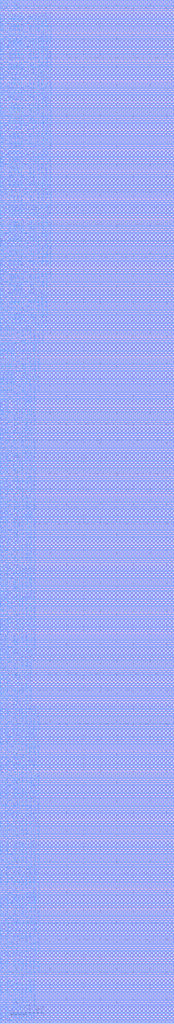
<source format=lef>
# Generated by FakeRAM 2.0
VERSION 5.7 ;
BUSBITCHARS "[]" ;
PROPERTYDEFINITIONS
  MACRO width INTEGER ;
  MACRO depth INTEGER ;
  MACRO banks INTEGER ;
END PROPERTYDEFINITIONS
MACRO fakeram45_8192x64_top_tier
  PROPERTY width 64 ;
  PROPERTY depth 8192 ;
  PROPERTY banks 4 ;
  FOREIGN fakeram45_8192x64_top_tier 0 0 ;
  SYMMETRY X Y R90 ;
  SIZE 209.000 BY 1229.200 ;
  CLASS BLOCK ;
  PIN rd_out[0]
    DIRECTION OUTPUT ;
    USE SIGNAL ;
    SHAPE ABUTMENT ;
    PORT
      LAYER metal4_top_tier ;
      RECT 0.000 0.280 0.140 0.420 ;
    END
  END rd_out[0]
  PIN rd_out[1]
    DIRECTION OUTPUT ;
    USE SIGNAL ;
    SHAPE ABUTMENT ;
    PORT
      LAYER metal4_top_tier ;
      RECT 0.000 6.160 0.140 6.300 ;
    END
  END rd_out[1]
  PIN rd_out[2]
    DIRECTION OUTPUT ;
    USE SIGNAL ;
    SHAPE ABUTMENT ;
    PORT
      LAYER metal4_top_tier ;
      RECT 0.000 12.040 0.140 12.180 ;
    END
  END rd_out[2]
  PIN rd_out[3]
    DIRECTION OUTPUT ;
    USE SIGNAL ;
    SHAPE ABUTMENT ;
    PORT
      LAYER metal4_top_tier ;
      RECT 0.000 17.920 0.140 18.060 ;
    END
  END rd_out[3]
  PIN rd_out[4]
    DIRECTION OUTPUT ;
    USE SIGNAL ;
    SHAPE ABUTMENT ;
    PORT
      LAYER metal4_top_tier ;
      RECT 0.000 23.800 0.140 23.940 ;
    END
  END rd_out[4]
  PIN rd_out[5]
    DIRECTION OUTPUT ;
    USE SIGNAL ;
    SHAPE ABUTMENT ;
    PORT
      LAYER metal4_top_tier ;
      RECT 0.000 29.680 0.140 29.820 ;
    END
  END rd_out[5]
  PIN rd_out[6]
    DIRECTION OUTPUT ;
    USE SIGNAL ;
    SHAPE ABUTMENT ;
    PORT
      LAYER metal4_top_tier ;
      RECT 0.000 35.560 0.140 35.700 ;
    END
  END rd_out[6]
  PIN rd_out[7]
    DIRECTION OUTPUT ;
    USE SIGNAL ;
    SHAPE ABUTMENT ;
    PORT
      LAYER metal4_top_tier ;
      RECT 0.000 41.440 0.140 41.580 ;
    END
  END rd_out[7]
  PIN rd_out[8]
    DIRECTION OUTPUT ;
    USE SIGNAL ;
    SHAPE ABUTMENT ;
    PORT
      LAYER metal4_top_tier ;
      RECT 0.000 47.320 0.140 47.460 ;
    END
  END rd_out[8]
  PIN rd_out[9]
    DIRECTION OUTPUT ;
    USE SIGNAL ;
    SHAPE ABUTMENT ;
    PORT
      LAYER metal4_top_tier ;
      RECT 0.000 53.200 0.140 53.340 ;
    END
  END rd_out[9]
  PIN rd_out[10]
    DIRECTION OUTPUT ;
    USE SIGNAL ;
    SHAPE ABUTMENT ;
    PORT
      LAYER metal4_top_tier ;
      RECT 0.000 59.080 0.140 59.220 ;
    END
  END rd_out[10]
  PIN rd_out[11]
    DIRECTION OUTPUT ;
    USE SIGNAL ;
    SHAPE ABUTMENT ;
    PORT
      LAYER metal4_top_tier ;
      RECT 0.000 64.960 0.140 65.100 ;
    END
  END rd_out[11]
  PIN rd_out[12]
    DIRECTION OUTPUT ;
    USE SIGNAL ;
    SHAPE ABUTMENT ;
    PORT
      LAYER metal4_top_tier ;
      RECT 0.000 70.840 0.140 70.980 ;
    END
  END rd_out[12]
  PIN rd_out[13]
    DIRECTION OUTPUT ;
    USE SIGNAL ;
    SHAPE ABUTMENT ;
    PORT
      LAYER metal4_top_tier ;
      RECT 0.000 76.720 0.140 76.860 ;
    END
  END rd_out[13]
  PIN rd_out[14]
    DIRECTION OUTPUT ;
    USE SIGNAL ;
    SHAPE ABUTMENT ;
    PORT
      LAYER metal4_top_tier ;
      RECT 0.000 82.600 0.140 82.740 ;
    END
  END rd_out[14]
  PIN rd_out[15]
    DIRECTION OUTPUT ;
    USE SIGNAL ;
    SHAPE ABUTMENT ;
    PORT
      LAYER metal4_top_tier ;
      RECT 0.000 88.480 0.140 88.620 ;
    END
  END rd_out[15]
  PIN rd_out[16]
    DIRECTION OUTPUT ;
    USE SIGNAL ;
    SHAPE ABUTMENT ;
    PORT
      LAYER metal4_top_tier ;
      RECT 0.000 94.360 0.140 94.500 ;
    END
  END rd_out[16]
  PIN rd_out[17]
    DIRECTION OUTPUT ;
    USE SIGNAL ;
    SHAPE ABUTMENT ;
    PORT
      LAYER metal4_top_tier ;
      RECT 0.000 100.240 0.140 100.380 ;
    END
  END rd_out[17]
  PIN rd_out[18]
    DIRECTION OUTPUT ;
    USE SIGNAL ;
    SHAPE ABUTMENT ;
    PORT
      LAYER metal4_top_tier ;
      RECT 0.000 106.120 0.140 106.260 ;
    END
  END rd_out[18]
  PIN rd_out[19]
    DIRECTION OUTPUT ;
    USE SIGNAL ;
    SHAPE ABUTMENT ;
    PORT
      LAYER metal4_top_tier ;
      RECT 0.000 112.000 0.140 112.140 ;
    END
  END rd_out[19]
  PIN rd_out[20]
    DIRECTION OUTPUT ;
    USE SIGNAL ;
    SHAPE ABUTMENT ;
    PORT
      LAYER metal4_top_tier ;
      RECT 0.000 117.880 0.140 118.020 ;
    END
  END rd_out[20]
  PIN rd_out[21]
    DIRECTION OUTPUT ;
    USE SIGNAL ;
    SHAPE ABUTMENT ;
    PORT
      LAYER metal4_top_tier ;
      RECT 0.000 123.760 0.140 123.900 ;
    END
  END rd_out[21]
  PIN rd_out[22]
    DIRECTION OUTPUT ;
    USE SIGNAL ;
    SHAPE ABUTMENT ;
    PORT
      LAYER metal4_top_tier ;
      RECT 0.000 129.640 0.140 129.780 ;
    END
  END rd_out[22]
  PIN rd_out[23]
    DIRECTION OUTPUT ;
    USE SIGNAL ;
    SHAPE ABUTMENT ;
    PORT
      LAYER metal4_top_tier ;
      RECT 0.000 135.520 0.140 135.660 ;
    END
  END rd_out[23]
  PIN rd_out[24]
    DIRECTION OUTPUT ;
    USE SIGNAL ;
    SHAPE ABUTMENT ;
    PORT
      LAYER metal4_top_tier ;
      RECT 0.000 141.400 0.140 141.540 ;
    END
  END rd_out[24]
  PIN rd_out[25]
    DIRECTION OUTPUT ;
    USE SIGNAL ;
    SHAPE ABUTMENT ;
    PORT
      LAYER metal4_top_tier ;
      RECT 0.000 147.280 0.140 147.420 ;
    END
  END rd_out[25]
  PIN rd_out[26]
    DIRECTION OUTPUT ;
    USE SIGNAL ;
    SHAPE ABUTMENT ;
    PORT
      LAYER metal4_top_tier ;
      RECT 0.000 153.160 0.140 153.300 ;
    END
  END rd_out[26]
  PIN rd_out[27]
    DIRECTION OUTPUT ;
    USE SIGNAL ;
    SHAPE ABUTMENT ;
    PORT
      LAYER metal4_top_tier ;
      RECT 0.000 159.040 0.140 159.180 ;
    END
  END rd_out[27]
  PIN rd_out[28]
    DIRECTION OUTPUT ;
    USE SIGNAL ;
    SHAPE ABUTMENT ;
    PORT
      LAYER metal4_top_tier ;
      RECT 0.000 164.920 0.140 165.060 ;
    END
  END rd_out[28]
  PIN rd_out[29]
    DIRECTION OUTPUT ;
    USE SIGNAL ;
    SHAPE ABUTMENT ;
    PORT
      LAYER metal4_top_tier ;
      RECT 0.000 170.800 0.140 170.940 ;
    END
  END rd_out[29]
  PIN rd_out[30]
    DIRECTION OUTPUT ;
    USE SIGNAL ;
    SHAPE ABUTMENT ;
    PORT
      LAYER metal4_top_tier ;
      RECT 0.000 176.680 0.140 176.820 ;
    END
  END rd_out[30]
  PIN rd_out[31]
    DIRECTION OUTPUT ;
    USE SIGNAL ;
    SHAPE ABUTMENT ;
    PORT
      LAYER metal4_top_tier ;
      RECT 0.000 182.560 0.140 182.700 ;
    END
  END rd_out[31]
  PIN rd_out[32]
    DIRECTION OUTPUT ;
    USE SIGNAL ;
    SHAPE ABUTMENT ;
    PORT
      LAYER metal4_top_tier ;
      RECT 0.000 188.440 0.140 188.580 ;
    END
  END rd_out[32]
  PIN rd_out[33]
    DIRECTION OUTPUT ;
    USE SIGNAL ;
    SHAPE ABUTMENT ;
    PORT
      LAYER metal4_top_tier ;
      RECT 0.000 194.320 0.140 194.460 ;
    END
  END rd_out[33]
  PIN rd_out[34]
    DIRECTION OUTPUT ;
    USE SIGNAL ;
    SHAPE ABUTMENT ;
    PORT
      LAYER metal4_top_tier ;
      RECT 0.000 200.200 0.140 200.340 ;
    END
  END rd_out[34]
  PIN rd_out[35]
    DIRECTION OUTPUT ;
    USE SIGNAL ;
    SHAPE ABUTMENT ;
    PORT
      LAYER metal4_top_tier ;
      RECT 0.000 206.080 0.140 206.220 ;
    END
  END rd_out[35]
  PIN rd_out[36]
    DIRECTION OUTPUT ;
    USE SIGNAL ;
    SHAPE ABUTMENT ;
    PORT
      LAYER metal4_top_tier ;
      RECT 0.000 211.960 0.140 212.100 ;
    END
  END rd_out[36]
  PIN rd_out[37]
    DIRECTION OUTPUT ;
    USE SIGNAL ;
    SHAPE ABUTMENT ;
    PORT
      LAYER metal4_top_tier ;
      RECT 0.000 217.840 0.140 217.980 ;
    END
  END rd_out[37]
  PIN rd_out[38]
    DIRECTION OUTPUT ;
    USE SIGNAL ;
    SHAPE ABUTMENT ;
    PORT
      LAYER metal4_top_tier ;
      RECT 0.000 223.720 0.140 223.860 ;
    END
  END rd_out[38]
  PIN rd_out[39]
    DIRECTION OUTPUT ;
    USE SIGNAL ;
    SHAPE ABUTMENT ;
    PORT
      LAYER metal4_top_tier ;
      RECT 0.000 229.600 0.140 229.740 ;
    END
  END rd_out[39]
  PIN rd_out[40]
    DIRECTION OUTPUT ;
    USE SIGNAL ;
    SHAPE ABUTMENT ;
    PORT
      LAYER metal4_top_tier ;
      RECT 0.000 235.480 0.140 235.620 ;
    END
  END rd_out[40]
  PIN rd_out[41]
    DIRECTION OUTPUT ;
    USE SIGNAL ;
    SHAPE ABUTMENT ;
    PORT
      LAYER metal4_top_tier ;
      RECT 0.000 241.360 0.140 241.500 ;
    END
  END rd_out[41]
  PIN rd_out[42]
    DIRECTION OUTPUT ;
    USE SIGNAL ;
    SHAPE ABUTMENT ;
    PORT
      LAYER metal4_top_tier ;
      RECT 0.000 247.240 0.140 247.380 ;
    END
  END rd_out[42]
  PIN rd_out[43]
    DIRECTION OUTPUT ;
    USE SIGNAL ;
    SHAPE ABUTMENT ;
    PORT
      LAYER metal4_top_tier ;
      RECT 0.000 253.120 0.140 253.260 ;
    END
  END rd_out[43]
  PIN rd_out[44]
    DIRECTION OUTPUT ;
    USE SIGNAL ;
    SHAPE ABUTMENT ;
    PORT
      LAYER metal4_top_tier ;
      RECT 0.000 259.000 0.140 259.140 ;
    END
  END rd_out[44]
  PIN rd_out[45]
    DIRECTION OUTPUT ;
    USE SIGNAL ;
    SHAPE ABUTMENT ;
    PORT
      LAYER metal4_top_tier ;
      RECT 0.000 264.880 0.140 265.020 ;
    END
  END rd_out[45]
  PIN rd_out[46]
    DIRECTION OUTPUT ;
    USE SIGNAL ;
    SHAPE ABUTMENT ;
    PORT
      LAYER metal4_top_tier ;
      RECT 0.000 270.760 0.140 270.900 ;
    END
  END rd_out[46]
  PIN rd_out[47]
    DIRECTION OUTPUT ;
    USE SIGNAL ;
    SHAPE ABUTMENT ;
    PORT
      LAYER metal4_top_tier ;
      RECT 0.000 276.640 0.140 276.780 ;
    END
  END rd_out[47]
  PIN rd_out[48]
    DIRECTION OUTPUT ;
    USE SIGNAL ;
    SHAPE ABUTMENT ;
    PORT
      LAYER metal4_top_tier ;
      RECT 0.000 282.520 0.140 282.660 ;
    END
  END rd_out[48]
  PIN rd_out[49]
    DIRECTION OUTPUT ;
    USE SIGNAL ;
    SHAPE ABUTMENT ;
    PORT
      LAYER metal4_top_tier ;
      RECT 0.000 288.400 0.140 288.540 ;
    END
  END rd_out[49]
  PIN rd_out[50]
    DIRECTION OUTPUT ;
    USE SIGNAL ;
    SHAPE ABUTMENT ;
    PORT
      LAYER metal4_top_tier ;
      RECT 0.000 294.280 0.140 294.420 ;
    END
  END rd_out[50]
  PIN rd_out[51]
    DIRECTION OUTPUT ;
    USE SIGNAL ;
    SHAPE ABUTMENT ;
    PORT
      LAYER metal4_top_tier ;
      RECT 0.000 300.160 0.140 300.300 ;
    END
  END rd_out[51]
  PIN rd_out[52]
    DIRECTION OUTPUT ;
    USE SIGNAL ;
    SHAPE ABUTMENT ;
    PORT
      LAYER metal4_top_tier ;
      RECT 0.000 306.040 0.140 306.180 ;
    END
  END rd_out[52]
  PIN rd_out[53]
    DIRECTION OUTPUT ;
    USE SIGNAL ;
    SHAPE ABUTMENT ;
    PORT
      LAYER metal4_top_tier ;
      RECT 0.000 311.920 0.140 312.060 ;
    END
  END rd_out[53]
  PIN rd_out[54]
    DIRECTION OUTPUT ;
    USE SIGNAL ;
    SHAPE ABUTMENT ;
    PORT
      LAYER metal4_top_tier ;
      RECT 0.000 317.800 0.140 317.940 ;
    END
  END rd_out[54]
  PIN rd_out[55]
    DIRECTION OUTPUT ;
    USE SIGNAL ;
    SHAPE ABUTMENT ;
    PORT
      LAYER metal4_top_tier ;
      RECT 0.000 323.680 0.140 323.820 ;
    END
  END rd_out[55]
  PIN rd_out[56]
    DIRECTION OUTPUT ;
    USE SIGNAL ;
    SHAPE ABUTMENT ;
    PORT
      LAYER metal4_top_tier ;
      RECT 0.000 329.560 0.140 329.700 ;
    END
  END rd_out[56]
  PIN rd_out[57]
    DIRECTION OUTPUT ;
    USE SIGNAL ;
    SHAPE ABUTMENT ;
    PORT
      LAYER metal4_top_tier ;
      RECT 0.000 335.440 0.140 335.580 ;
    END
  END rd_out[57]
  PIN rd_out[58]
    DIRECTION OUTPUT ;
    USE SIGNAL ;
    SHAPE ABUTMENT ;
    PORT
      LAYER metal4_top_tier ;
      RECT 0.000 341.320 0.140 341.460 ;
    END
  END rd_out[58]
  PIN rd_out[59]
    DIRECTION OUTPUT ;
    USE SIGNAL ;
    SHAPE ABUTMENT ;
    PORT
      LAYER metal4_top_tier ;
      RECT 0.000 347.200 0.140 347.340 ;
    END
  END rd_out[59]
  PIN rd_out[60]
    DIRECTION OUTPUT ;
    USE SIGNAL ;
    SHAPE ABUTMENT ;
    PORT
      LAYER metal4_top_tier ;
      RECT 0.000 353.080 0.140 353.220 ;
    END
  END rd_out[60]
  PIN rd_out[61]
    DIRECTION OUTPUT ;
    USE SIGNAL ;
    SHAPE ABUTMENT ;
    PORT
      LAYER metal4_top_tier ;
      RECT 0.000 358.960 0.140 359.100 ;
    END
  END rd_out[61]
  PIN rd_out[62]
    DIRECTION OUTPUT ;
    USE SIGNAL ;
    SHAPE ABUTMENT ;
    PORT
      LAYER metal4_top_tier ;
      RECT 0.000 364.840 0.140 364.980 ;
    END
  END rd_out[62]
  PIN rd_out[63]
    DIRECTION OUTPUT ;
    USE SIGNAL ;
    SHAPE ABUTMENT ;
    PORT
      LAYER metal4_top_tier ;
      RECT 0.000 370.720 0.140 370.860 ;
    END
  END rd_out[63]
  PIN wd_in[0]
    DIRECTION INPUT ;
    USE SIGNAL ;
    SHAPE ABUTMENT ;
    PORT
      LAYER metal4_top_tier ;
      RECT 0.000 378.280 0.140 378.420 ;
    END
  END wd_in[0]
  PIN wd_in[1]
    DIRECTION INPUT ;
    USE SIGNAL ;
    SHAPE ABUTMENT ;
    PORT
      LAYER metal4_top_tier ;
      RECT 0.000 384.160 0.140 384.300 ;
    END
  END wd_in[1]
  PIN wd_in[2]
    DIRECTION INPUT ;
    USE SIGNAL ;
    SHAPE ABUTMENT ;
    PORT
      LAYER metal4_top_tier ;
      RECT 0.000 390.040 0.140 390.180 ;
    END
  END wd_in[2]
  PIN wd_in[3]
    DIRECTION INPUT ;
    USE SIGNAL ;
    SHAPE ABUTMENT ;
    PORT
      LAYER metal4_top_tier ;
      RECT 0.000 395.920 0.140 396.060 ;
    END
  END wd_in[3]
  PIN wd_in[4]
    DIRECTION INPUT ;
    USE SIGNAL ;
    SHAPE ABUTMENT ;
    PORT
      LAYER metal4_top_tier ;
      RECT 0.000 401.800 0.140 401.940 ;
    END
  END wd_in[4]
  PIN wd_in[5]
    DIRECTION INPUT ;
    USE SIGNAL ;
    SHAPE ABUTMENT ;
    PORT
      LAYER metal4_top_tier ;
      RECT 0.000 407.680 0.140 407.820 ;
    END
  END wd_in[5]
  PIN wd_in[6]
    DIRECTION INPUT ;
    USE SIGNAL ;
    SHAPE ABUTMENT ;
    PORT
      LAYER metal4_top_tier ;
      RECT 0.000 413.560 0.140 413.700 ;
    END
  END wd_in[6]
  PIN wd_in[7]
    DIRECTION INPUT ;
    USE SIGNAL ;
    SHAPE ABUTMENT ;
    PORT
      LAYER metal4_top_tier ;
      RECT 0.000 419.440 0.140 419.580 ;
    END
  END wd_in[7]
  PIN wd_in[8]
    DIRECTION INPUT ;
    USE SIGNAL ;
    SHAPE ABUTMENT ;
    PORT
      LAYER metal4_top_tier ;
      RECT 0.000 425.320 0.140 425.460 ;
    END
  END wd_in[8]
  PIN wd_in[9]
    DIRECTION INPUT ;
    USE SIGNAL ;
    SHAPE ABUTMENT ;
    PORT
      LAYER metal4_top_tier ;
      RECT 0.000 431.200 0.140 431.340 ;
    END
  END wd_in[9]
  PIN wd_in[10]
    DIRECTION INPUT ;
    USE SIGNAL ;
    SHAPE ABUTMENT ;
    PORT
      LAYER metal4_top_tier ;
      RECT 0.000 437.080 0.140 437.220 ;
    END
  END wd_in[10]
  PIN wd_in[11]
    DIRECTION INPUT ;
    USE SIGNAL ;
    SHAPE ABUTMENT ;
    PORT
      LAYER metal4_top_tier ;
      RECT 0.000 442.960 0.140 443.100 ;
    END
  END wd_in[11]
  PIN wd_in[12]
    DIRECTION INPUT ;
    USE SIGNAL ;
    SHAPE ABUTMENT ;
    PORT
      LAYER metal4_top_tier ;
      RECT 0.000 448.840 0.140 448.980 ;
    END
  END wd_in[12]
  PIN wd_in[13]
    DIRECTION INPUT ;
    USE SIGNAL ;
    SHAPE ABUTMENT ;
    PORT
      LAYER metal4_top_tier ;
      RECT 0.000 454.720 0.140 454.860 ;
    END
  END wd_in[13]
  PIN wd_in[14]
    DIRECTION INPUT ;
    USE SIGNAL ;
    SHAPE ABUTMENT ;
    PORT
      LAYER metal4_top_tier ;
      RECT 0.000 460.600 0.140 460.740 ;
    END
  END wd_in[14]
  PIN wd_in[15]
    DIRECTION INPUT ;
    USE SIGNAL ;
    SHAPE ABUTMENT ;
    PORT
      LAYER metal4_top_tier ;
      RECT 0.000 466.480 0.140 466.620 ;
    END
  END wd_in[15]
  PIN wd_in[16]
    DIRECTION INPUT ;
    USE SIGNAL ;
    SHAPE ABUTMENT ;
    PORT
      LAYER metal4_top_tier ;
      RECT 0.000 472.360 0.140 472.500 ;
    END
  END wd_in[16]
  PIN wd_in[17]
    DIRECTION INPUT ;
    USE SIGNAL ;
    SHAPE ABUTMENT ;
    PORT
      LAYER metal4_top_tier ;
      RECT 0.000 478.240 0.140 478.380 ;
    END
  END wd_in[17]
  PIN wd_in[18]
    DIRECTION INPUT ;
    USE SIGNAL ;
    SHAPE ABUTMENT ;
    PORT
      LAYER metal4_top_tier ;
      RECT 0.000 484.120 0.140 484.260 ;
    END
  END wd_in[18]
  PIN wd_in[19]
    DIRECTION INPUT ;
    USE SIGNAL ;
    SHAPE ABUTMENT ;
    PORT
      LAYER metal4_top_tier ;
      RECT 0.000 490.000 0.140 490.140 ;
    END
  END wd_in[19]
  PIN wd_in[20]
    DIRECTION INPUT ;
    USE SIGNAL ;
    SHAPE ABUTMENT ;
    PORT
      LAYER metal4_top_tier ;
      RECT 0.000 495.880 0.140 496.020 ;
    END
  END wd_in[20]
  PIN wd_in[21]
    DIRECTION INPUT ;
    USE SIGNAL ;
    SHAPE ABUTMENT ;
    PORT
      LAYER metal4_top_tier ;
      RECT 0.000 501.760 0.140 501.900 ;
    END
  END wd_in[21]
  PIN wd_in[22]
    DIRECTION INPUT ;
    USE SIGNAL ;
    SHAPE ABUTMENT ;
    PORT
      LAYER metal4_top_tier ;
      RECT 0.000 507.640 0.140 507.780 ;
    END
  END wd_in[22]
  PIN wd_in[23]
    DIRECTION INPUT ;
    USE SIGNAL ;
    SHAPE ABUTMENT ;
    PORT
      LAYER metal4_top_tier ;
      RECT 0.000 513.520 0.140 513.660 ;
    END
  END wd_in[23]
  PIN wd_in[24]
    DIRECTION INPUT ;
    USE SIGNAL ;
    SHAPE ABUTMENT ;
    PORT
      LAYER metal4_top_tier ;
      RECT 0.000 519.400 0.140 519.540 ;
    END
  END wd_in[24]
  PIN wd_in[25]
    DIRECTION INPUT ;
    USE SIGNAL ;
    SHAPE ABUTMENT ;
    PORT
      LAYER metal4_top_tier ;
      RECT 0.000 525.280 0.140 525.420 ;
    END
  END wd_in[25]
  PIN wd_in[26]
    DIRECTION INPUT ;
    USE SIGNAL ;
    SHAPE ABUTMENT ;
    PORT
      LAYER metal4_top_tier ;
      RECT 0.000 531.160 0.140 531.300 ;
    END
  END wd_in[26]
  PIN wd_in[27]
    DIRECTION INPUT ;
    USE SIGNAL ;
    SHAPE ABUTMENT ;
    PORT
      LAYER metal4_top_tier ;
      RECT 0.000 537.040 0.140 537.180 ;
    END
  END wd_in[27]
  PIN wd_in[28]
    DIRECTION INPUT ;
    USE SIGNAL ;
    SHAPE ABUTMENT ;
    PORT
      LAYER metal4_top_tier ;
      RECT 0.000 542.920 0.140 543.060 ;
    END
  END wd_in[28]
  PIN wd_in[29]
    DIRECTION INPUT ;
    USE SIGNAL ;
    SHAPE ABUTMENT ;
    PORT
      LAYER metal4_top_tier ;
      RECT 0.000 548.800 0.140 548.940 ;
    END
  END wd_in[29]
  PIN wd_in[30]
    DIRECTION INPUT ;
    USE SIGNAL ;
    SHAPE ABUTMENT ;
    PORT
      LAYER metal4_top_tier ;
      RECT 0.000 554.680 0.140 554.820 ;
    END
  END wd_in[30]
  PIN wd_in[31]
    DIRECTION INPUT ;
    USE SIGNAL ;
    SHAPE ABUTMENT ;
    PORT
      LAYER metal4_top_tier ;
      RECT 0.000 560.560 0.140 560.700 ;
    END
  END wd_in[31]
  PIN wd_in[32]
    DIRECTION INPUT ;
    USE SIGNAL ;
    SHAPE ABUTMENT ;
    PORT
      LAYER metal4_top_tier ;
      RECT 0.000 566.440 0.140 566.580 ;
    END
  END wd_in[32]
  PIN wd_in[33]
    DIRECTION INPUT ;
    USE SIGNAL ;
    SHAPE ABUTMENT ;
    PORT
      LAYER metal4_top_tier ;
      RECT 0.000 572.320 0.140 572.460 ;
    END
  END wd_in[33]
  PIN wd_in[34]
    DIRECTION INPUT ;
    USE SIGNAL ;
    SHAPE ABUTMENT ;
    PORT
      LAYER metal4_top_tier ;
      RECT 0.000 578.200 0.140 578.340 ;
    END
  END wd_in[34]
  PIN wd_in[35]
    DIRECTION INPUT ;
    USE SIGNAL ;
    SHAPE ABUTMENT ;
    PORT
      LAYER metal4_top_tier ;
      RECT 0.000 584.080 0.140 584.220 ;
    END
  END wd_in[35]
  PIN wd_in[36]
    DIRECTION INPUT ;
    USE SIGNAL ;
    SHAPE ABUTMENT ;
    PORT
      LAYER metal4_top_tier ;
      RECT 0.000 589.960 0.140 590.100 ;
    END
  END wd_in[36]
  PIN wd_in[37]
    DIRECTION INPUT ;
    USE SIGNAL ;
    SHAPE ABUTMENT ;
    PORT
      LAYER metal4_top_tier ;
      RECT 0.000 595.840 0.140 595.980 ;
    END
  END wd_in[37]
  PIN wd_in[38]
    DIRECTION INPUT ;
    USE SIGNAL ;
    SHAPE ABUTMENT ;
    PORT
      LAYER metal4_top_tier ;
      RECT 0.000 601.720 0.140 601.860 ;
    END
  END wd_in[38]
  PIN wd_in[39]
    DIRECTION INPUT ;
    USE SIGNAL ;
    SHAPE ABUTMENT ;
    PORT
      LAYER metal4_top_tier ;
      RECT 0.000 607.600 0.140 607.740 ;
    END
  END wd_in[39]
  PIN wd_in[40]
    DIRECTION INPUT ;
    USE SIGNAL ;
    SHAPE ABUTMENT ;
    PORT
      LAYER metal4_top_tier ;
      RECT 0.000 613.480 0.140 613.620 ;
    END
  END wd_in[40]
  PIN wd_in[41]
    DIRECTION INPUT ;
    USE SIGNAL ;
    SHAPE ABUTMENT ;
    PORT
      LAYER metal4_top_tier ;
      RECT 0.000 619.360 0.140 619.500 ;
    END
  END wd_in[41]
  PIN wd_in[42]
    DIRECTION INPUT ;
    USE SIGNAL ;
    SHAPE ABUTMENT ;
    PORT
      LAYER metal4_top_tier ;
      RECT 0.000 625.240 0.140 625.380 ;
    END
  END wd_in[42]
  PIN wd_in[43]
    DIRECTION INPUT ;
    USE SIGNAL ;
    SHAPE ABUTMENT ;
    PORT
      LAYER metal4_top_tier ;
      RECT 0.000 631.120 0.140 631.260 ;
    END
  END wd_in[43]
  PIN wd_in[44]
    DIRECTION INPUT ;
    USE SIGNAL ;
    SHAPE ABUTMENT ;
    PORT
      LAYER metal4_top_tier ;
      RECT 0.000 637.000 0.140 637.140 ;
    END
  END wd_in[44]
  PIN wd_in[45]
    DIRECTION INPUT ;
    USE SIGNAL ;
    SHAPE ABUTMENT ;
    PORT
      LAYER metal4_top_tier ;
      RECT 0.000 642.880 0.140 643.020 ;
    END
  END wd_in[45]
  PIN wd_in[46]
    DIRECTION INPUT ;
    USE SIGNAL ;
    SHAPE ABUTMENT ;
    PORT
      LAYER metal4_top_tier ;
      RECT 0.000 648.760 0.140 648.900 ;
    END
  END wd_in[46]
  PIN wd_in[47]
    DIRECTION INPUT ;
    USE SIGNAL ;
    SHAPE ABUTMENT ;
    PORT
      LAYER metal4_top_tier ;
      RECT 0.000 654.640 0.140 654.780 ;
    END
  END wd_in[47]
  PIN wd_in[48]
    DIRECTION INPUT ;
    USE SIGNAL ;
    SHAPE ABUTMENT ;
    PORT
      LAYER metal4_top_tier ;
      RECT 0.000 660.520 0.140 660.660 ;
    END
  END wd_in[48]
  PIN wd_in[49]
    DIRECTION INPUT ;
    USE SIGNAL ;
    SHAPE ABUTMENT ;
    PORT
      LAYER metal4_top_tier ;
      RECT 0.000 666.400 0.140 666.540 ;
    END
  END wd_in[49]
  PIN wd_in[50]
    DIRECTION INPUT ;
    USE SIGNAL ;
    SHAPE ABUTMENT ;
    PORT
      LAYER metal4_top_tier ;
      RECT 0.000 672.280 0.140 672.420 ;
    END
  END wd_in[50]
  PIN wd_in[51]
    DIRECTION INPUT ;
    USE SIGNAL ;
    SHAPE ABUTMENT ;
    PORT
      LAYER metal4_top_tier ;
      RECT 0.000 678.160 0.140 678.300 ;
    END
  END wd_in[51]
  PIN wd_in[52]
    DIRECTION INPUT ;
    USE SIGNAL ;
    SHAPE ABUTMENT ;
    PORT
      LAYER metal4_top_tier ;
      RECT 0.000 684.040 0.140 684.180 ;
    END
  END wd_in[52]
  PIN wd_in[53]
    DIRECTION INPUT ;
    USE SIGNAL ;
    SHAPE ABUTMENT ;
    PORT
      LAYER metal4_top_tier ;
      RECT 0.000 689.920 0.140 690.060 ;
    END
  END wd_in[53]
  PIN wd_in[54]
    DIRECTION INPUT ;
    USE SIGNAL ;
    SHAPE ABUTMENT ;
    PORT
      LAYER metal4_top_tier ;
      RECT 0.000 695.800 0.140 695.940 ;
    END
  END wd_in[54]
  PIN wd_in[55]
    DIRECTION INPUT ;
    USE SIGNAL ;
    SHAPE ABUTMENT ;
    PORT
      LAYER metal4_top_tier ;
      RECT 0.000 701.680 0.140 701.820 ;
    END
  END wd_in[55]
  PIN wd_in[56]
    DIRECTION INPUT ;
    USE SIGNAL ;
    SHAPE ABUTMENT ;
    PORT
      LAYER metal4_top_tier ;
      RECT 0.000 707.560 0.140 707.700 ;
    END
  END wd_in[56]
  PIN wd_in[57]
    DIRECTION INPUT ;
    USE SIGNAL ;
    SHAPE ABUTMENT ;
    PORT
      LAYER metal4_top_tier ;
      RECT 0.000 713.440 0.140 713.580 ;
    END
  END wd_in[57]
  PIN wd_in[58]
    DIRECTION INPUT ;
    USE SIGNAL ;
    SHAPE ABUTMENT ;
    PORT
      LAYER metal4_top_tier ;
      RECT 0.000 719.320 0.140 719.460 ;
    END
  END wd_in[58]
  PIN wd_in[59]
    DIRECTION INPUT ;
    USE SIGNAL ;
    SHAPE ABUTMENT ;
    PORT
      LAYER metal4_top_tier ;
      RECT 0.000 725.200 0.140 725.340 ;
    END
  END wd_in[59]
  PIN wd_in[60]
    DIRECTION INPUT ;
    USE SIGNAL ;
    SHAPE ABUTMENT ;
    PORT
      LAYER metal4_top_tier ;
      RECT 0.000 731.080 0.140 731.220 ;
    END
  END wd_in[60]
  PIN wd_in[61]
    DIRECTION INPUT ;
    USE SIGNAL ;
    SHAPE ABUTMENT ;
    PORT
      LAYER metal4_top_tier ;
      RECT 0.000 736.960 0.140 737.100 ;
    END
  END wd_in[61]
  PIN wd_in[62]
    DIRECTION INPUT ;
    USE SIGNAL ;
    SHAPE ABUTMENT ;
    PORT
      LAYER metal4_top_tier ;
      RECT 0.000 742.840 0.140 742.980 ;
    END
  END wd_in[62]
  PIN wd_in[63]
    DIRECTION INPUT ;
    USE SIGNAL ;
    SHAPE ABUTMENT ;
    PORT
      LAYER metal4_top_tier ;
      RECT 0.000 748.720 0.140 748.860 ;
    END
  END wd_in[63]
  PIN addr_in[0]
    DIRECTION INPUT ;
    USE SIGNAL ;
    SHAPE ABUTMENT ;
    PORT
      LAYER metal4_top_tier ;
      RECT 0.000 756.280 0.140 756.420 ;
    END
  END addr_in[0]
  PIN addr_in[1]
    DIRECTION INPUT ;
    USE SIGNAL ;
    SHAPE ABUTMENT ;
    PORT
      LAYER metal4_top_tier ;
      RECT 0.000 762.160 0.140 762.300 ;
    END
  END addr_in[1]
  PIN addr_in[2]
    DIRECTION INPUT ;
    USE SIGNAL ;
    SHAPE ABUTMENT ;
    PORT
      LAYER metal4_top_tier ;
      RECT 0.000 768.040 0.140 768.180 ;
    END
  END addr_in[2]
  PIN addr_in[3]
    DIRECTION INPUT ;
    USE SIGNAL ;
    SHAPE ABUTMENT ;
    PORT
      LAYER metal4_top_tier ;
      RECT 0.000 773.920 0.140 774.060 ;
    END
  END addr_in[3]
  PIN addr_in[4]
    DIRECTION INPUT ;
    USE SIGNAL ;
    SHAPE ABUTMENT ;
    PORT
      LAYER metal4_top_tier ;
      RECT 0.000 779.800 0.140 779.940 ;
    END
  END addr_in[4]
  PIN addr_in[5]
    DIRECTION INPUT ;
    USE SIGNAL ;
    SHAPE ABUTMENT ;
    PORT
      LAYER metal4_top_tier ;
      RECT 0.000 785.680 0.140 785.820 ;
    END
  END addr_in[5]
  PIN addr_in[6]
    DIRECTION INPUT ;
    USE SIGNAL ;
    SHAPE ABUTMENT ;
    PORT
      LAYER metal4_top_tier ;
      RECT 0.000 791.560 0.140 791.700 ;
    END
  END addr_in[6]
  PIN addr_in[7]
    DIRECTION INPUT ;
    USE SIGNAL ;
    SHAPE ABUTMENT ;
    PORT
      LAYER metal4_top_tier ;
      RECT 0.000 797.440 0.140 797.580 ;
    END
  END addr_in[7]
  PIN addr_in[8]
    DIRECTION INPUT ;
    USE SIGNAL ;
    SHAPE ABUTMENT ;
    PORT
      LAYER metal4_top_tier ;
      RECT 0.000 803.320 0.140 803.460 ;
    END
  END addr_in[8]
  PIN addr_in[9]
    DIRECTION INPUT ;
    USE SIGNAL ;
    SHAPE ABUTMENT ;
    PORT
      LAYER metal4_top_tier ;
      RECT 0.000 809.200 0.140 809.340 ;
    END
  END addr_in[9]
  PIN addr_in[10]
    DIRECTION INPUT ;
    USE SIGNAL ;
    SHAPE ABUTMENT ;
    PORT
      LAYER metal4_top_tier ;
      RECT 0.000 815.080 0.140 815.220 ;
    END
  END addr_in[10]
  PIN addr_in[11]
    DIRECTION INPUT ;
    USE SIGNAL ;
    SHAPE ABUTMENT ;
    PORT
      LAYER metal4_top_tier ;
      RECT 0.000 820.960 0.140 821.100 ;
    END
  END addr_in[11]
  PIN addr_in[12]
    DIRECTION INPUT ;
    USE SIGNAL ;
    SHAPE ABUTMENT ;
    PORT
      LAYER metal4_top_tier ;
      RECT 0.000 826.840 0.140 826.980 ;
    END
  END addr_in[12]
  PIN w_mask_in[0]
    DIRECTION OUTPUT ;
    USE SIGNAL ;
    SHAPE ABUTMENT ;
    PORT
      LAYER metal4_top_tier ;
      RECT 0.000 834.400 0.140 834.540 ;
    END
  END w_mask_in[0]
  PIN w_mask_in[1]
    DIRECTION OUTPUT ;
    USE SIGNAL ;
    SHAPE ABUTMENT ;
    PORT
      LAYER metal4_top_tier ;
      RECT 0.000 840.280 0.140 840.420 ;
    END
  END w_mask_in[1]
  PIN w_mask_in[2]
    DIRECTION OUTPUT ;
    USE SIGNAL ;
    SHAPE ABUTMENT ;
    PORT
      LAYER metal4_top_tier ;
      RECT 0.000 846.160 0.140 846.300 ;
    END
  END w_mask_in[2]
  PIN w_mask_in[3]
    DIRECTION OUTPUT ;
    USE SIGNAL ;
    SHAPE ABUTMENT ;
    PORT
      LAYER metal4_top_tier ;
      RECT 0.000 852.040 0.140 852.180 ;
    END
  END w_mask_in[3]
  PIN w_mask_in[4]
    DIRECTION OUTPUT ;
    USE SIGNAL ;
    SHAPE ABUTMENT ;
    PORT
      LAYER metal4_top_tier ;
      RECT 0.000 857.920 0.140 858.060 ;
    END
  END w_mask_in[4]
  PIN w_mask_in[5]
    DIRECTION OUTPUT ;
    USE SIGNAL ;
    SHAPE ABUTMENT ;
    PORT
      LAYER metal4_top_tier ;
      RECT 0.000 863.800 0.140 863.940 ;
    END
  END w_mask_in[5]
  PIN w_mask_in[6]
    DIRECTION OUTPUT ;
    USE SIGNAL ;
    SHAPE ABUTMENT ;
    PORT
      LAYER metal4_top_tier ;
      RECT 0.000 869.680 0.140 869.820 ;
    END
  END w_mask_in[6]
  PIN w_mask_in[7]
    DIRECTION OUTPUT ;
    USE SIGNAL ;
    SHAPE ABUTMENT ;
    PORT
      LAYER metal4_top_tier ;
      RECT 0.000 875.560 0.140 875.700 ;
    END
  END w_mask_in[7]
  PIN w_mask_in[8]
    DIRECTION OUTPUT ;
    USE SIGNAL ;
    SHAPE ABUTMENT ;
    PORT
      LAYER metal4_top_tier ;
      RECT 0.000 881.440 0.140 881.580 ;
    END
  END w_mask_in[8]
  PIN w_mask_in[9]
    DIRECTION OUTPUT ;
    USE SIGNAL ;
    SHAPE ABUTMENT ;
    PORT
      LAYER metal4_top_tier ;
      RECT 0.000 887.320 0.140 887.460 ;
    END
  END w_mask_in[9]
  PIN w_mask_in[10]
    DIRECTION OUTPUT ;
    USE SIGNAL ;
    SHAPE ABUTMENT ;
    PORT
      LAYER metal4_top_tier ;
      RECT 0.000 893.200 0.140 893.340 ;
    END
  END w_mask_in[10]
  PIN w_mask_in[11]
    DIRECTION OUTPUT ;
    USE SIGNAL ;
    SHAPE ABUTMENT ;
    PORT
      LAYER metal4_top_tier ;
      RECT 0.000 899.080 0.140 899.220 ;
    END
  END w_mask_in[11]
  PIN w_mask_in[12]
    DIRECTION OUTPUT ;
    USE SIGNAL ;
    SHAPE ABUTMENT ;
    PORT
      LAYER metal4_top_tier ;
      RECT 0.000 904.960 0.140 905.100 ;
    END
  END w_mask_in[12]
  PIN w_mask_in[13]
    DIRECTION OUTPUT ;
    USE SIGNAL ;
    SHAPE ABUTMENT ;
    PORT
      LAYER metal4_top_tier ;
      RECT 0.000 910.840 0.140 910.980 ;
    END
  END w_mask_in[13]
  PIN w_mask_in[14]
    DIRECTION OUTPUT ;
    USE SIGNAL ;
    SHAPE ABUTMENT ;
    PORT
      LAYER metal4_top_tier ;
      RECT 0.000 916.720 0.140 916.860 ;
    END
  END w_mask_in[14]
  PIN w_mask_in[15]
    DIRECTION OUTPUT ;
    USE SIGNAL ;
    SHAPE ABUTMENT ;
    PORT
      LAYER metal4_top_tier ;
      RECT 0.000 922.600 0.140 922.740 ;
    END
  END w_mask_in[15]
  PIN w_mask_in[16]
    DIRECTION OUTPUT ;
    USE SIGNAL ;
    SHAPE ABUTMENT ;
    PORT
      LAYER metal4_top_tier ;
      RECT 0.000 928.480 0.140 928.620 ;
    END
  END w_mask_in[16]
  PIN w_mask_in[17]
    DIRECTION OUTPUT ;
    USE SIGNAL ;
    SHAPE ABUTMENT ;
    PORT
      LAYER metal4_top_tier ;
      RECT 0.000 934.360 0.140 934.500 ;
    END
  END w_mask_in[17]
  PIN w_mask_in[18]
    DIRECTION OUTPUT ;
    USE SIGNAL ;
    SHAPE ABUTMENT ;
    PORT
      LAYER metal4_top_tier ;
      RECT 0.000 940.240 0.140 940.380 ;
    END
  END w_mask_in[18]
  PIN w_mask_in[19]
    DIRECTION OUTPUT ;
    USE SIGNAL ;
    SHAPE ABUTMENT ;
    PORT
      LAYER metal4_top_tier ;
      RECT 0.000 946.120 0.140 946.260 ;
    END
  END w_mask_in[19]
  PIN w_mask_in[20]
    DIRECTION OUTPUT ;
    USE SIGNAL ;
    SHAPE ABUTMENT ;
    PORT
      LAYER metal4_top_tier ;
      RECT 0.000 952.000 0.140 952.140 ;
    END
  END w_mask_in[20]
  PIN w_mask_in[21]
    DIRECTION OUTPUT ;
    USE SIGNAL ;
    SHAPE ABUTMENT ;
    PORT
      LAYER metal4_top_tier ;
      RECT 0.000 957.880 0.140 958.020 ;
    END
  END w_mask_in[21]
  PIN w_mask_in[22]
    DIRECTION OUTPUT ;
    USE SIGNAL ;
    SHAPE ABUTMENT ;
    PORT
      LAYER metal4_top_tier ;
      RECT 0.000 963.760 0.140 963.900 ;
    END
  END w_mask_in[22]
  PIN w_mask_in[23]
    DIRECTION OUTPUT ;
    USE SIGNAL ;
    SHAPE ABUTMENT ;
    PORT
      LAYER metal4_top_tier ;
      RECT 0.000 969.640 0.140 969.780 ;
    END
  END w_mask_in[23]
  PIN w_mask_in[24]
    DIRECTION OUTPUT ;
    USE SIGNAL ;
    SHAPE ABUTMENT ;
    PORT
      LAYER metal4_top_tier ;
      RECT 0.000 975.520 0.140 975.660 ;
    END
  END w_mask_in[24]
  PIN w_mask_in[25]
    DIRECTION OUTPUT ;
    USE SIGNAL ;
    SHAPE ABUTMENT ;
    PORT
      LAYER metal4_top_tier ;
      RECT 0.000 981.400 0.140 981.540 ;
    END
  END w_mask_in[25]
  PIN w_mask_in[26]
    DIRECTION OUTPUT ;
    USE SIGNAL ;
    SHAPE ABUTMENT ;
    PORT
      LAYER metal4_top_tier ;
      RECT 0.000 987.280 0.140 987.420 ;
    END
  END w_mask_in[26]
  PIN w_mask_in[27]
    DIRECTION OUTPUT ;
    USE SIGNAL ;
    SHAPE ABUTMENT ;
    PORT
      LAYER metal4_top_tier ;
      RECT 0.000 993.160 0.140 993.300 ;
    END
  END w_mask_in[27]
  PIN w_mask_in[28]
    DIRECTION OUTPUT ;
    USE SIGNAL ;
    SHAPE ABUTMENT ;
    PORT
      LAYER metal4_top_tier ;
      RECT 0.000 999.040 0.140 999.180 ;
    END
  END w_mask_in[28]
  PIN w_mask_in[29]
    DIRECTION OUTPUT ;
    USE SIGNAL ;
    SHAPE ABUTMENT ;
    PORT
      LAYER metal4_top_tier ;
      RECT 0.000 1004.920 0.140 1005.060 ;
    END
  END w_mask_in[29]
  PIN w_mask_in[30]
    DIRECTION OUTPUT ;
    USE SIGNAL ;
    SHAPE ABUTMENT ;
    PORT
      LAYER metal4_top_tier ;
      RECT 0.000 1010.800 0.140 1010.940 ;
    END
  END w_mask_in[30]
  PIN w_mask_in[31]
    DIRECTION OUTPUT ;
    USE SIGNAL ;
    SHAPE ABUTMENT ;
    PORT
      LAYER metal4_top_tier ;
      RECT 0.000 1016.680 0.140 1016.820 ;
    END
  END w_mask_in[31]
  PIN w_mask_in[32]
    DIRECTION OUTPUT ;
    USE SIGNAL ;
    SHAPE ABUTMENT ;
    PORT
      LAYER metal4_top_tier ;
      RECT 0.000 1022.560 0.140 1022.700 ;
    END
  END w_mask_in[32]
  PIN w_mask_in[33]
    DIRECTION OUTPUT ;
    USE SIGNAL ;
    SHAPE ABUTMENT ;
    PORT
      LAYER metal4_top_tier ;
      RECT 0.000 1028.440 0.140 1028.580 ;
    END
  END w_mask_in[33]
  PIN w_mask_in[34]
    DIRECTION OUTPUT ;
    USE SIGNAL ;
    SHAPE ABUTMENT ;
    PORT
      LAYER metal4_top_tier ;
      RECT 0.000 1034.320 0.140 1034.460 ;
    END
  END w_mask_in[34]
  PIN w_mask_in[35]
    DIRECTION OUTPUT ;
    USE SIGNAL ;
    SHAPE ABUTMENT ;
    PORT
      LAYER metal4_top_tier ;
      RECT 0.000 1040.200 0.140 1040.340 ;
    END
  END w_mask_in[35]
  PIN w_mask_in[36]
    DIRECTION OUTPUT ;
    USE SIGNAL ;
    SHAPE ABUTMENT ;
    PORT
      LAYER metal4_top_tier ;
      RECT 0.000 1046.080 0.140 1046.220 ;
    END
  END w_mask_in[36]
  PIN w_mask_in[37]
    DIRECTION OUTPUT ;
    USE SIGNAL ;
    SHAPE ABUTMENT ;
    PORT
      LAYER metal4_top_tier ;
      RECT 0.000 1051.960 0.140 1052.100 ;
    END
  END w_mask_in[37]
  PIN w_mask_in[38]
    DIRECTION OUTPUT ;
    USE SIGNAL ;
    SHAPE ABUTMENT ;
    PORT
      LAYER metal4_top_tier ;
      RECT 0.000 1057.840 0.140 1057.980 ;
    END
  END w_mask_in[38]
  PIN w_mask_in[39]
    DIRECTION OUTPUT ;
    USE SIGNAL ;
    SHAPE ABUTMENT ;
    PORT
      LAYER metal4_top_tier ;
      RECT 0.000 1063.720 0.140 1063.860 ;
    END
  END w_mask_in[39]
  PIN w_mask_in[40]
    DIRECTION OUTPUT ;
    USE SIGNAL ;
    SHAPE ABUTMENT ;
    PORT
      LAYER metal4_top_tier ;
      RECT 0.000 1069.600 0.140 1069.740 ;
    END
  END w_mask_in[40]
  PIN w_mask_in[41]
    DIRECTION OUTPUT ;
    USE SIGNAL ;
    SHAPE ABUTMENT ;
    PORT
      LAYER metal4_top_tier ;
      RECT 0.000 1075.480 0.140 1075.620 ;
    END
  END w_mask_in[41]
  PIN w_mask_in[42]
    DIRECTION OUTPUT ;
    USE SIGNAL ;
    SHAPE ABUTMENT ;
    PORT
      LAYER metal4_top_tier ;
      RECT 0.000 1081.360 0.140 1081.500 ;
    END
  END w_mask_in[42]
  PIN w_mask_in[43]
    DIRECTION OUTPUT ;
    USE SIGNAL ;
    SHAPE ABUTMENT ;
    PORT
      LAYER metal4_top_tier ;
      RECT 0.000 1087.240 0.140 1087.380 ;
    END
  END w_mask_in[43]
  PIN w_mask_in[44]
    DIRECTION OUTPUT ;
    USE SIGNAL ;
    SHAPE ABUTMENT ;
    PORT
      LAYER metal4_top_tier ;
      RECT 0.000 1093.120 0.140 1093.260 ;
    END
  END w_mask_in[44]
  PIN w_mask_in[45]
    DIRECTION OUTPUT ;
    USE SIGNAL ;
    SHAPE ABUTMENT ;
    PORT
      LAYER metal4_top_tier ;
      RECT 0.000 1099.000 0.140 1099.140 ;
    END
  END w_mask_in[45]
  PIN w_mask_in[46]
    DIRECTION OUTPUT ;
    USE SIGNAL ;
    SHAPE ABUTMENT ;
    PORT
      LAYER metal4_top_tier ;
      RECT 0.000 1104.880 0.140 1105.020 ;
    END
  END w_mask_in[46]
  PIN w_mask_in[47]
    DIRECTION OUTPUT ;
    USE SIGNAL ;
    SHAPE ABUTMENT ;
    PORT
      LAYER metal4_top_tier ;
      RECT 0.000 1110.760 0.140 1110.900 ;
    END
  END w_mask_in[47]
  PIN w_mask_in[48]
    DIRECTION OUTPUT ;
    USE SIGNAL ;
    SHAPE ABUTMENT ;
    PORT
      LAYER metal4_top_tier ;
      RECT 0.000 1116.640 0.140 1116.780 ;
    END
  END w_mask_in[48]
  PIN w_mask_in[49]
    DIRECTION OUTPUT ;
    USE SIGNAL ;
    SHAPE ABUTMENT ;
    PORT
      LAYER metal4_top_tier ;
      RECT 0.000 1122.520 0.140 1122.660 ;
    END
  END w_mask_in[49]
  PIN w_mask_in[50]
    DIRECTION OUTPUT ;
    USE SIGNAL ;
    SHAPE ABUTMENT ;
    PORT
      LAYER metal4_top_tier ;
      RECT 0.000 1128.400 0.140 1128.540 ;
    END
  END w_mask_in[50]
  PIN w_mask_in[51]
    DIRECTION OUTPUT ;
    USE SIGNAL ;
    SHAPE ABUTMENT ;
    PORT
      LAYER metal4_top_tier ;
      RECT 0.000 1134.280 0.140 1134.420 ;
    END
  END w_mask_in[51]
  PIN w_mask_in[52]
    DIRECTION OUTPUT ;
    USE SIGNAL ;
    SHAPE ABUTMENT ;
    PORT
      LAYER metal4_top_tier ;
      RECT 0.000 1140.160 0.140 1140.300 ;
    END
  END w_mask_in[52]
  PIN w_mask_in[53]
    DIRECTION OUTPUT ;
    USE SIGNAL ;
    SHAPE ABUTMENT ;
    PORT
      LAYER metal4_top_tier ;
      RECT 0.000 1146.040 0.140 1146.180 ;
    END
  END w_mask_in[53]
  PIN w_mask_in[54]
    DIRECTION OUTPUT ;
    USE SIGNAL ;
    SHAPE ABUTMENT ;
    PORT
      LAYER metal4_top_tier ;
      RECT 0.000 1151.920 0.140 1152.060 ;
    END
  END w_mask_in[54]
  PIN w_mask_in[55]
    DIRECTION OUTPUT ;
    USE SIGNAL ;
    SHAPE ABUTMENT ;
    PORT
      LAYER metal4_top_tier ;
      RECT 0.000 1157.800 0.140 1157.940 ;
    END
  END w_mask_in[55]
  PIN w_mask_in[56]
    DIRECTION OUTPUT ;
    USE SIGNAL ;
    SHAPE ABUTMENT ;
    PORT
      LAYER metal4_top_tier ;
      RECT 0.000 1163.680 0.140 1163.820 ;
    END
  END w_mask_in[56]
  PIN w_mask_in[57]
    DIRECTION OUTPUT ;
    USE SIGNAL ;
    SHAPE ABUTMENT ;
    PORT
      LAYER metal4_top_tier ;
      RECT 0.000 1169.560 0.140 1169.700 ;
    END
  END w_mask_in[57]
  PIN w_mask_in[58]
    DIRECTION OUTPUT ;
    USE SIGNAL ;
    SHAPE ABUTMENT ;
    PORT
      LAYER metal4_top_tier ;
      RECT 0.000 1175.440 0.140 1175.580 ;
    END
  END w_mask_in[58]
  PIN w_mask_in[59]
    DIRECTION OUTPUT ;
    USE SIGNAL ;
    SHAPE ABUTMENT ;
    PORT
      LAYER metal4_top_tier ;
      RECT 0.000 1181.320 0.140 1181.460 ;
    END
  END w_mask_in[59]
  PIN w_mask_in[60]
    DIRECTION OUTPUT ;
    USE SIGNAL ;
    SHAPE ABUTMENT ;
    PORT
      LAYER metal4_top_tier ;
      RECT 0.000 1187.200 0.140 1187.340 ;
    END
  END w_mask_in[60]
  PIN w_mask_in[61]
    DIRECTION OUTPUT ;
    USE SIGNAL ;
    SHAPE ABUTMENT ;
    PORT
      LAYER metal4_top_tier ;
      RECT 0.000 1193.080 0.140 1193.220 ;
    END
  END w_mask_in[61]
  PIN w_mask_in[62]
    DIRECTION OUTPUT ;
    USE SIGNAL ;
    SHAPE ABUTMENT ;
    PORT
      LAYER metal4_top_tier ;
      RECT 0.000 1198.960 0.140 1199.100 ;
    END
  END w_mask_in[62]
  PIN w_mask_in[63]
    DIRECTION OUTPUT ;
    USE SIGNAL ;
    SHAPE ABUTMENT ;
    PORT
      LAYER metal4_top_tier ;
      RECT 0.000 1204.840 0.140 1204.980 ;
    END
  END w_mask_in[63]
  PIN we_in
    DIRECTION INPUT ;
    USE SIGNAL ;
    SHAPE ABUTMENT ;
    PORT
      LAYER metal4_top_tier ;
      RECT 0.000 1212.400 0.140 1212.540 ;
    END
  END we_in
  PIN ce_in
    DIRECTION INPUT ;
    USE SIGNAL ;
    SHAPE ABUTMENT ;
    PORT
      LAYER metal4_top_tier ;
      RECT 0.000 1218.280 0.140 1218.420 ;
    END
  END ce_in
  PIN clk
    DIRECTION INPUT ;
    USE SIGNAL ;
    SHAPE ABUTMENT ;
    PORT
      LAYER metal4_top_tier ;
      RECT 0.000 1224.160 0.140 1224.300 ;
    END
  END clk
  PIN VSS
    DIRECTION INOUT ;
    USE GROUND ;
    PORT
      LAYER metal4_top_tier ;
      RECT 0.280 0.000 208.720 0.560 ;
      RECT 0.280 4.480 208.720 5.040 ;
      RECT 0.280 8.960 208.720 9.520 ;
      RECT 0.280 13.440 208.720 14.000 ;
      RECT 0.280 17.920 208.720 18.480 ;
      RECT 0.280 22.400 208.720 22.960 ;
      RECT 0.280 26.880 208.720 27.440 ;
      RECT 0.280 31.360 208.720 31.920 ;
      RECT 0.280 35.840 208.720 36.400 ;
      RECT 0.280 40.320 208.720 40.880 ;
      RECT 0.280 44.800 208.720 45.360 ;
      RECT 0.280 49.280 208.720 49.840 ;
      RECT 0.280 53.760 208.720 54.320 ;
      RECT 0.280 58.240 208.720 58.800 ;
      RECT 0.280 62.720 208.720 63.280 ;
      RECT 0.280 67.200 208.720 67.760 ;
      RECT 0.280 71.680 208.720 72.240 ;
      RECT 0.280 76.160 208.720 76.720 ;
      RECT 0.280 80.640 208.720 81.200 ;
      RECT 0.280 85.120 208.720 85.680 ;
      RECT 0.280 89.600 208.720 90.160 ;
      RECT 0.280 94.080 208.720 94.640 ;
      RECT 0.280 98.560 208.720 99.120 ;
      RECT 0.280 103.040 208.720 103.600 ;
      RECT 0.280 107.520 208.720 108.080 ;
      RECT 0.280 112.000 208.720 112.560 ;
      RECT 0.280 116.480 208.720 117.040 ;
      RECT 0.280 120.960 208.720 121.520 ;
      RECT 0.280 125.440 208.720 126.000 ;
      RECT 0.280 129.920 208.720 130.480 ;
      RECT 0.280 134.400 208.720 134.960 ;
      RECT 0.280 138.880 208.720 139.440 ;
      RECT 0.280 143.360 208.720 143.920 ;
      RECT 0.280 147.840 208.720 148.400 ;
      RECT 0.280 152.320 208.720 152.880 ;
      RECT 0.280 156.800 208.720 157.360 ;
      RECT 0.280 161.280 208.720 161.840 ;
      RECT 0.280 165.760 208.720 166.320 ;
      RECT 0.280 170.240 208.720 170.800 ;
      RECT 0.280 174.720 208.720 175.280 ;
      RECT 0.280 179.200 208.720 179.760 ;
      RECT 0.280 183.680 208.720 184.240 ;
      RECT 0.280 188.160 208.720 188.720 ;
      RECT 0.280 192.640 208.720 193.200 ;
      RECT 0.280 197.120 208.720 197.680 ;
      RECT 0.280 201.600 208.720 202.160 ;
      RECT 0.280 206.080 208.720 206.640 ;
      RECT 0.280 210.560 208.720 211.120 ;
      RECT 0.280 215.040 208.720 215.600 ;
      RECT 0.280 219.520 208.720 220.080 ;
      RECT 0.280 224.000 208.720 224.560 ;
      RECT 0.280 228.480 208.720 229.040 ;
      RECT 0.280 232.960 208.720 233.520 ;
      RECT 0.280 237.440 208.720 238.000 ;
      RECT 0.280 241.920 208.720 242.480 ;
      RECT 0.280 246.400 208.720 246.960 ;
      RECT 0.280 250.880 208.720 251.440 ;
      RECT 0.280 255.360 208.720 255.920 ;
      RECT 0.280 259.840 208.720 260.400 ;
      RECT 0.280 264.320 208.720 264.880 ;
      RECT 0.280 268.800 208.720 269.360 ;
      RECT 0.280 273.280 208.720 273.840 ;
      RECT 0.280 277.760 208.720 278.320 ;
      RECT 0.280 282.240 208.720 282.800 ;
      RECT 0.280 286.720 208.720 287.280 ;
      RECT 0.280 291.200 208.720 291.760 ;
      RECT 0.280 295.680 208.720 296.240 ;
      RECT 0.280 300.160 208.720 300.720 ;
      RECT 0.280 304.640 208.720 305.200 ;
      RECT 0.280 309.120 208.720 309.680 ;
      RECT 0.280 313.600 208.720 314.160 ;
      RECT 0.280 318.080 208.720 318.640 ;
      RECT 0.280 322.560 208.720 323.120 ;
      RECT 0.280 327.040 208.720 327.600 ;
      RECT 0.280 331.520 208.720 332.080 ;
      RECT 0.280 336.000 208.720 336.560 ;
      RECT 0.280 340.480 208.720 341.040 ;
      RECT 0.280 344.960 208.720 345.520 ;
      RECT 0.280 349.440 208.720 350.000 ;
      RECT 0.280 353.920 208.720 354.480 ;
      RECT 0.280 358.400 208.720 358.960 ;
      RECT 0.280 362.880 208.720 363.440 ;
      RECT 0.280 367.360 208.720 367.920 ;
      RECT 0.280 371.840 208.720 372.400 ;
      RECT 0.280 376.320 208.720 376.880 ;
      RECT 0.280 380.800 208.720 381.360 ;
      RECT 0.280 385.280 208.720 385.840 ;
      RECT 0.280 389.760 208.720 390.320 ;
      RECT 0.280 394.240 208.720 394.800 ;
      RECT 0.280 398.720 208.720 399.280 ;
      RECT 0.280 403.200 208.720 403.760 ;
      RECT 0.280 407.680 208.720 408.240 ;
      RECT 0.280 412.160 208.720 412.720 ;
      RECT 0.280 416.640 208.720 417.200 ;
      RECT 0.280 421.120 208.720 421.680 ;
      RECT 0.280 425.600 208.720 426.160 ;
      RECT 0.280 430.080 208.720 430.640 ;
      RECT 0.280 434.560 208.720 435.120 ;
      RECT 0.280 439.040 208.720 439.600 ;
      RECT 0.280 443.520 208.720 444.080 ;
      RECT 0.280 448.000 208.720 448.560 ;
      RECT 0.280 452.480 208.720 453.040 ;
      RECT 0.280 456.960 208.720 457.520 ;
      RECT 0.280 461.440 208.720 462.000 ;
      RECT 0.280 465.920 208.720 466.480 ;
      RECT 0.280 470.400 208.720 470.960 ;
      RECT 0.280 474.880 208.720 475.440 ;
      RECT 0.280 479.360 208.720 479.920 ;
      RECT 0.280 483.840 208.720 484.400 ;
      RECT 0.280 488.320 208.720 488.880 ;
      RECT 0.280 492.800 208.720 493.360 ;
      RECT 0.280 497.280 208.720 497.840 ;
      RECT 0.280 501.760 208.720 502.320 ;
      RECT 0.280 506.240 208.720 506.800 ;
      RECT 0.280 510.720 208.720 511.280 ;
      RECT 0.280 515.200 208.720 515.760 ;
      RECT 0.280 519.680 208.720 520.240 ;
      RECT 0.280 524.160 208.720 524.720 ;
      RECT 0.280 528.640 208.720 529.200 ;
      RECT 0.280 533.120 208.720 533.680 ;
      RECT 0.280 537.600 208.720 538.160 ;
      RECT 0.280 542.080 208.720 542.640 ;
      RECT 0.280 546.560 208.720 547.120 ;
      RECT 0.280 551.040 208.720 551.600 ;
      RECT 0.280 555.520 208.720 556.080 ;
      RECT 0.280 560.000 208.720 560.560 ;
      RECT 0.280 564.480 208.720 565.040 ;
      RECT 0.280 568.960 208.720 569.520 ;
      RECT 0.280 573.440 208.720 574.000 ;
      RECT 0.280 577.920 208.720 578.480 ;
      RECT 0.280 582.400 208.720 582.960 ;
      RECT 0.280 586.880 208.720 587.440 ;
      RECT 0.280 591.360 208.720 591.920 ;
      RECT 0.280 595.840 208.720 596.400 ;
      RECT 0.280 600.320 208.720 600.880 ;
      RECT 0.280 604.800 208.720 605.360 ;
      RECT 0.280 609.280 208.720 609.840 ;
      RECT 0.280 613.760 208.720 614.320 ;
      RECT 0.280 618.240 208.720 618.800 ;
      RECT 0.280 622.720 208.720 623.280 ;
      RECT 0.280 627.200 208.720 627.760 ;
      RECT 0.280 631.680 208.720 632.240 ;
      RECT 0.280 636.160 208.720 636.720 ;
      RECT 0.280 640.640 208.720 641.200 ;
      RECT 0.280 645.120 208.720 645.680 ;
      RECT 0.280 649.600 208.720 650.160 ;
      RECT 0.280 654.080 208.720 654.640 ;
      RECT 0.280 658.560 208.720 659.120 ;
      RECT 0.280 663.040 208.720 663.600 ;
      RECT 0.280 667.520 208.720 668.080 ;
      RECT 0.280 672.000 208.720 672.560 ;
      RECT 0.280 676.480 208.720 677.040 ;
      RECT 0.280 680.960 208.720 681.520 ;
      RECT 0.280 685.440 208.720 686.000 ;
      RECT 0.280 689.920 208.720 690.480 ;
      RECT 0.280 694.400 208.720 694.960 ;
      RECT 0.280 698.880 208.720 699.440 ;
      RECT 0.280 703.360 208.720 703.920 ;
      RECT 0.280 707.840 208.720 708.400 ;
      RECT 0.280 712.320 208.720 712.880 ;
      RECT 0.280 716.800 208.720 717.360 ;
      RECT 0.280 721.280 208.720 721.840 ;
      RECT 0.280 725.760 208.720 726.320 ;
      RECT 0.280 730.240 208.720 730.800 ;
      RECT 0.280 734.720 208.720 735.280 ;
      RECT 0.280 739.200 208.720 739.760 ;
      RECT 0.280 743.680 208.720 744.240 ;
      RECT 0.280 748.160 208.720 748.720 ;
      RECT 0.280 752.640 208.720 753.200 ;
      RECT 0.280 757.120 208.720 757.680 ;
      RECT 0.280 761.600 208.720 762.160 ;
      RECT 0.280 766.080 208.720 766.640 ;
      RECT 0.280 770.560 208.720 771.120 ;
      RECT 0.280 775.040 208.720 775.600 ;
      RECT 0.280 779.520 208.720 780.080 ;
      RECT 0.280 784.000 208.720 784.560 ;
      RECT 0.280 788.480 208.720 789.040 ;
      RECT 0.280 792.960 208.720 793.520 ;
      RECT 0.280 797.440 208.720 798.000 ;
      RECT 0.280 801.920 208.720 802.480 ;
      RECT 0.280 806.400 208.720 806.960 ;
      RECT 0.280 810.880 208.720 811.440 ;
      RECT 0.280 815.360 208.720 815.920 ;
      RECT 0.280 819.840 208.720 820.400 ;
      RECT 0.280 824.320 208.720 824.880 ;
      RECT 0.280 828.800 208.720 829.360 ;
      RECT 0.280 833.280 208.720 833.840 ;
      RECT 0.280 837.760 208.720 838.320 ;
      RECT 0.280 842.240 208.720 842.800 ;
      RECT 0.280 846.720 208.720 847.280 ;
      RECT 0.280 851.200 208.720 851.760 ;
      RECT 0.280 855.680 208.720 856.240 ;
      RECT 0.280 860.160 208.720 860.720 ;
      RECT 0.280 864.640 208.720 865.200 ;
      RECT 0.280 869.120 208.720 869.680 ;
      RECT 0.280 873.600 208.720 874.160 ;
      RECT 0.280 878.080 208.720 878.640 ;
      RECT 0.280 882.560 208.720 883.120 ;
      RECT 0.280 887.040 208.720 887.600 ;
      RECT 0.280 891.520 208.720 892.080 ;
      RECT 0.280 896.000 208.720 896.560 ;
      RECT 0.280 900.480 208.720 901.040 ;
      RECT 0.280 904.960 208.720 905.520 ;
      RECT 0.280 909.440 208.720 910.000 ;
      RECT 0.280 913.920 208.720 914.480 ;
      RECT 0.280 918.400 208.720 918.960 ;
      RECT 0.280 922.880 208.720 923.440 ;
      RECT 0.280 927.360 208.720 927.920 ;
      RECT 0.280 931.840 208.720 932.400 ;
      RECT 0.280 936.320 208.720 936.880 ;
      RECT 0.280 940.800 208.720 941.360 ;
      RECT 0.280 945.280 208.720 945.840 ;
      RECT 0.280 949.760 208.720 950.320 ;
      RECT 0.280 954.240 208.720 954.800 ;
      RECT 0.280 958.720 208.720 959.280 ;
      RECT 0.280 963.200 208.720 963.760 ;
      RECT 0.280 967.680 208.720 968.240 ;
      RECT 0.280 972.160 208.720 972.720 ;
      RECT 0.280 976.640 208.720 977.200 ;
      RECT 0.280 981.120 208.720 981.680 ;
      RECT 0.280 985.600 208.720 986.160 ;
      RECT 0.280 990.080 208.720 990.640 ;
      RECT 0.280 994.560 208.720 995.120 ;
      RECT 0.280 999.040 208.720 999.600 ;
      RECT 0.280 1003.520 208.720 1004.080 ;
      RECT 0.280 1008.000 208.720 1008.560 ;
      RECT 0.280 1012.480 208.720 1013.040 ;
      RECT 0.280 1016.960 208.720 1017.520 ;
      RECT 0.280 1021.440 208.720 1022.000 ;
      RECT 0.280 1025.920 208.720 1026.480 ;
      RECT 0.280 1030.400 208.720 1030.960 ;
      RECT 0.280 1034.880 208.720 1035.440 ;
      RECT 0.280 1039.360 208.720 1039.920 ;
      RECT 0.280 1043.840 208.720 1044.400 ;
      RECT 0.280 1048.320 208.720 1048.880 ;
      RECT 0.280 1052.800 208.720 1053.360 ;
      RECT 0.280 1057.280 208.720 1057.840 ;
      RECT 0.280 1061.760 208.720 1062.320 ;
      RECT 0.280 1066.240 208.720 1066.800 ;
      RECT 0.280 1070.720 208.720 1071.280 ;
      RECT 0.280 1075.200 208.720 1075.760 ;
      RECT 0.280 1079.680 208.720 1080.240 ;
      RECT 0.280 1084.160 208.720 1084.720 ;
      RECT 0.280 1088.640 208.720 1089.200 ;
      RECT 0.280 1093.120 208.720 1093.680 ;
      RECT 0.280 1097.600 208.720 1098.160 ;
      RECT 0.280 1102.080 208.720 1102.640 ;
      RECT 0.280 1106.560 208.720 1107.120 ;
      RECT 0.280 1111.040 208.720 1111.600 ;
      RECT 0.280 1115.520 208.720 1116.080 ;
      RECT 0.280 1120.000 208.720 1120.560 ;
      RECT 0.280 1124.480 208.720 1125.040 ;
      RECT 0.280 1128.960 208.720 1129.520 ;
      RECT 0.280 1133.440 208.720 1134.000 ;
      RECT 0.280 1137.920 208.720 1138.480 ;
      RECT 0.280 1142.400 208.720 1142.960 ;
      RECT 0.280 1146.880 208.720 1147.440 ;
      RECT 0.280 1151.360 208.720 1151.920 ;
      RECT 0.280 1155.840 208.720 1156.400 ;
      RECT 0.280 1160.320 208.720 1160.880 ;
      RECT 0.280 1164.800 208.720 1165.360 ;
      RECT 0.280 1169.280 208.720 1169.840 ;
      RECT 0.280 1173.760 208.720 1174.320 ;
      RECT 0.280 1178.240 208.720 1178.800 ;
      RECT 0.280 1182.720 208.720 1183.280 ;
      RECT 0.280 1187.200 208.720 1187.760 ;
      RECT 0.280 1191.680 208.720 1192.240 ;
      RECT 0.280 1196.160 208.720 1196.720 ;
      RECT 0.280 1200.640 208.720 1201.200 ;
      RECT 0.280 1205.120 208.720 1205.680 ;
      RECT 0.280 1209.600 208.720 1210.160 ;
      RECT 0.280 1214.080 208.720 1214.640 ;
      RECT 0.280 1218.560 208.720 1219.120 ;
      RECT 0.280 1223.040 208.720 1223.600 ;
      RECT 0.280 1227.520 208.720 1228.080 ;
    END
  END VSS
  PIN VDD
    DIRECTION INOUT ;
    USE POWER ;
    PORT
      LAYER metal4_top_tier ;
      RECT 0.280 2.240 208.720 2.800 ;
      RECT 0.280 6.720 208.720 7.280 ;
      RECT 0.280 11.200 208.720 11.760 ;
      RECT 0.280 15.680 208.720 16.240 ;
      RECT 0.280 20.160 208.720 20.720 ;
      RECT 0.280 24.640 208.720 25.200 ;
      RECT 0.280 29.120 208.720 29.680 ;
      RECT 0.280 33.600 208.720 34.160 ;
      RECT 0.280 38.080 208.720 38.640 ;
      RECT 0.280 42.560 208.720 43.120 ;
      RECT 0.280 47.040 208.720 47.600 ;
      RECT 0.280 51.520 208.720 52.080 ;
      RECT 0.280 56.000 208.720 56.560 ;
      RECT 0.280 60.480 208.720 61.040 ;
      RECT 0.280 64.960 208.720 65.520 ;
      RECT 0.280 69.440 208.720 70.000 ;
      RECT 0.280 73.920 208.720 74.480 ;
      RECT 0.280 78.400 208.720 78.960 ;
      RECT 0.280 82.880 208.720 83.440 ;
      RECT 0.280 87.360 208.720 87.920 ;
      RECT 0.280 91.840 208.720 92.400 ;
      RECT 0.280 96.320 208.720 96.880 ;
      RECT 0.280 100.800 208.720 101.360 ;
      RECT 0.280 105.280 208.720 105.840 ;
      RECT 0.280 109.760 208.720 110.320 ;
      RECT 0.280 114.240 208.720 114.800 ;
      RECT 0.280 118.720 208.720 119.280 ;
      RECT 0.280 123.200 208.720 123.760 ;
      RECT 0.280 127.680 208.720 128.240 ;
      RECT 0.280 132.160 208.720 132.720 ;
      RECT 0.280 136.640 208.720 137.200 ;
      RECT 0.280 141.120 208.720 141.680 ;
      RECT 0.280 145.600 208.720 146.160 ;
      RECT 0.280 150.080 208.720 150.640 ;
      RECT 0.280 154.560 208.720 155.120 ;
      RECT 0.280 159.040 208.720 159.600 ;
      RECT 0.280 163.520 208.720 164.080 ;
      RECT 0.280 168.000 208.720 168.560 ;
      RECT 0.280 172.480 208.720 173.040 ;
      RECT 0.280 176.960 208.720 177.520 ;
      RECT 0.280 181.440 208.720 182.000 ;
      RECT 0.280 185.920 208.720 186.480 ;
      RECT 0.280 190.400 208.720 190.960 ;
      RECT 0.280 194.880 208.720 195.440 ;
      RECT 0.280 199.360 208.720 199.920 ;
      RECT 0.280 203.840 208.720 204.400 ;
      RECT 0.280 208.320 208.720 208.880 ;
      RECT 0.280 212.800 208.720 213.360 ;
      RECT 0.280 217.280 208.720 217.840 ;
      RECT 0.280 221.760 208.720 222.320 ;
      RECT 0.280 226.240 208.720 226.800 ;
      RECT 0.280 230.720 208.720 231.280 ;
      RECT 0.280 235.200 208.720 235.760 ;
      RECT 0.280 239.680 208.720 240.240 ;
      RECT 0.280 244.160 208.720 244.720 ;
      RECT 0.280 248.640 208.720 249.200 ;
      RECT 0.280 253.120 208.720 253.680 ;
      RECT 0.280 257.600 208.720 258.160 ;
      RECT 0.280 262.080 208.720 262.640 ;
      RECT 0.280 266.560 208.720 267.120 ;
      RECT 0.280 271.040 208.720 271.600 ;
      RECT 0.280 275.520 208.720 276.080 ;
      RECT 0.280 280.000 208.720 280.560 ;
      RECT 0.280 284.480 208.720 285.040 ;
      RECT 0.280 288.960 208.720 289.520 ;
      RECT 0.280 293.440 208.720 294.000 ;
      RECT 0.280 297.920 208.720 298.480 ;
      RECT 0.280 302.400 208.720 302.960 ;
      RECT 0.280 306.880 208.720 307.440 ;
      RECT 0.280 311.360 208.720 311.920 ;
      RECT 0.280 315.840 208.720 316.400 ;
      RECT 0.280 320.320 208.720 320.880 ;
      RECT 0.280 324.800 208.720 325.360 ;
      RECT 0.280 329.280 208.720 329.840 ;
      RECT 0.280 333.760 208.720 334.320 ;
      RECT 0.280 338.240 208.720 338.800 ;
      RECT 0.280 342.720 208.720 343.280 ;
      RECT 0.280 347.200 208.720 347.760 ;
      RECT 0.280 351.680 208.720 352.240 ;
      RECT 0.280 356.160 208.720 356.720 ;
      RECT 0.280 360.640 208.720 361.200 ;
      RECT 0.280 365.120 208.720 365.680 ;
      RECT 0.280 369.600 208.720 370.160 ;
      RECT 0.280 374.080 208.720 374.640 ;
      RECT 0.280 378.560 208.720 379.120 ;
      RECT 0.280 383.040 208.720 383.600 ;
      RECT 0.280 387.520 208.720 388.080 ;
      RECT 0.280 392.000 208.720 392.560 ;
      RECT 0.280 396.480 208.720 397.040 ;
      RECT 0.280 400.960 208.720 401.520 ;
      RECT 0.280 405.440 208.720 406.000 ;
      RECT 0.280 409.920 208.720 410.480 ;
      RECT 0.280 414.400 208.720 414.960 ;
      RECT 0.280 418.880 208.720 419.440 ;
      RECT 0.280 423.360 208.720 423.920 ;
      RECT 0.280 427.840 208.720 428.400 ;
      RECT 0.280 432.320 208.720 432.880 ;
      RECT 0.280 436.800 208.720 437.360 ;
      RECT 0.280 441.280 208.720 441.840 ;
      RECT 0.280 445.760 208.720 446.320 ;
      RECT 0.280 450.240 208.720 450.800 ;
      RECT 0.280 454.720 208.720 455.280 ;
      RECT 0.280 459.200 208.720 459.760 ;
      RECT 0.280 463.680 208.720 464.240 ;
      RECT 0.280 468.160 208.720 468.720 ;
      RECT 0.280 472.640 208.720 473.200 ;
      RECT 0.280 477.120 208.720 477.680 ;
      RECT 0.280 481.600 208.720 482.160 ;
      RECT 0.280 486.080 208.720 486.640 ;
      RECT 0.280 490.560 208.720 491.120 ;
      RECT 0.280 495.040 208.720 495.600 ;
      RECT 0.280 499.520 208.720 500.080 ;
      RECT 0.280 504.000 208.720 504.560 ;
      RECT 0.280 508.480 208.720 509.040 ;
      RECT 0.280 512.960 208.720 513.520 ;
      RECT 0.280 517.440 208.720 518.000 ;
      RECT 0.280 521.920 208.720 522.480 ;
      RECT 0.280 526.400 208.720 526.960 ;
      RECT 0.280 530.880 208.720 531.440 ;
      RECT 0.280 535.360 208.720 535.920 ;
      RECT 0.280 539.840 208.720 540.400 ;
      RECT 0.280 544.320 208.720 544.880 ;
      RECT 0.280 548.800 208.720 549.360 ;
      RECT 0.280 553.280 208.720 553.840 ;
      RECT 0.280 557.760 208.720 558.320 ;
      RECT 0.280 562.240 208.720 562.800 ;
      RECT 0.280 566.720 208.720 567.280 ;
      RECT 0.280 571.200 208.720 571.760 ;
      RECT 0.280 575.680 208.720 576.240 ;
      RECT 0.280 580.160 208.720 580.720 ;
      RECT 0.280 584.640 208.720 585.200 ;
      RECT 0.280 589.120 208.720 589.680 ;
      RECT 0.280 593.600 208.720 594.160 ;
      RECT 0.280 598.080 208.720 598.640 ;
      RECT 0.280 602.560 208.720 603.120 ;
      RECT 0.280 607.040 208.720 607.600 ;
      RECT 0.280 611.520 208.720 612.080 ;
      RECT 0.280 616.000 208.720 616.560 ;
      RECT 0.280 620.480 208.720 621.040 ;
      RECT 0.280 624.960 208.720 625.520 ;
      RECT 0.280 629.440 208.720 630.000 ;
      RECT 0.280 633.920 208.720 634.480 ;
      RECT 0.280 638.400 208.720 638.960 ;
      RECT 0.280 642.880 208.720 643.440 ;
      RECT 0.280 647.360 208.720 647.920 ;
      RECT 0.280 651.840 208.720 652.400 ;
      RECT 0.280 656.320 208.720 656.880 ;
      RECT 0.280 660.800 208.720 661.360 ;
      RECT 0.280 665.280 208.720 665.840 ;
      RECT 0.280 669.760 208.720 670.320 ;
      RECT 0.280 674.240 208.720 674.800 ;
      RECT 0.280 678.720 208.720 679.280 ;
      RECT 0.280 683.200 208.720 683.760 ;
      RECT 0.280 687.680 208.720 688.240 ;
      RECT 0.280 692.160 208.720 692.720 ;
      RECT 0.280 696.640 208.720 697.200 ;
      RECT 0.280 701.120 208.720 701.680 ;
      RECT 0.280 705.600 208.720 706.160 ;
      RECT 0.280 710.080 208.720 710.640 ;
      RECT 0.280 714.560 208.720 715.120 ;
      RECT 0.280 719.040 208.720 719.600 ;
      RECT 0.280 723.520 208.720 724.080 ;
      RECT 0.280 728.000 208.720 728.560 ;
      RECT 0.280 732.480 208.720 733.040 ;
      RECT 0.280 736.960 208.720 737.520 ;
      RECT 0.280 741.440 208.720 742.000 ;
      RECT 0.280 745.920 208.720 746.480 ;
      RECT 0.280 750.400 208.720 750.960 ;
      RECT 0.280 754.880 208.720 755.440 ;
      RECT 0.280 759.360 208.720 759.920 ;
      RECT 0.280 763.840 208.720 764.400 ;
      RECT 0.280 768.320 208.720 768.880 ;
      RECT 0.280 772.800 208.720 773.360 ;
      RECT 0.280 777.280 208.720 777.840 ;
      RECT 0.280 781.760 208.720 782.320 ;
      RECT 0.280 786.240 208.720 786.800 ;
      RECT 0.280 790.720 208.720 791.280 ;
      RECT 0.280 795.200 208.720 795.760 ;
      RECT 0.280 799.680 208.720 800.240 ;
      RECT 0.280 804.160 208.720 804.720 ;
      RECT 0.280 808.640 208.720 809.200 ;
      RECT 0.280 813.120 208.720 813.680 ;
      RECT 0.280 817.600 208.720 818.160 ;
      RECT 0.280 822.080 208.720 822.640 ;
      RECT 0.280 826.560 208.720 827.120 ;
      RECT 0.280 831.040 208.720 831.600 ;
      RECT 0.280 835.520 208.720 836.080 ;
      RECT 0.280 840.000 208.720 840.560 ;
      RECT 0.280 844.480 208.720 845.040 ;
      RECT 0.280 848.960 208.720 849.520 ;
      RECT 0.280 853.440 208.720 854.000 ;
      RECT 0.280 857.920 208.720 858.480 ;
      RECT 0.280 862.400 208.720 862.960 ;
      RECT 0.280 866.880 208.720 867.440 ;
      RECT 0.280 871.360 208.720 871.920 ;
      RECT 0.280 875.840 208.720 876.400 ;
      RECT 0.280 880.320 208.720 880.880 ;
      RECT 0.280 884.800 208.720 885.360 ;
      RECT 0.280 889.280 208.720 889.840 ;
      RECT 0.280 893.760 208.720 894.320 ;
      RECT 0.280 898.240 208.720 898.800 ;
      RECT 0.280 902.720 208.720 903.280 ;
      RECT 0.280 907.200 208.720 907.760 ;
      RECT 0.280 911.680 208.720 912.240 ;
      RECT 0.280 916.160 208.720 916.720 ;
      RECT 0.280 920.640 208.720 921.200 ;
      RECT 0.280 925.120 208.720 925.680 ;
      RECT 0.280 929.600 208.720 930.160 ;
      RECT 0.280 934.080 208.720 934.640 ;
      RECT 0.280 938.560 208.720 939.120 ;
      RECT 0.280 943.040 208.720 943.600 ;
      RECT 0.280 947.520 208.720 948.080 ;
      RECT 0.280 952.000 208.720 952.560 ;
      RECT 0.280 956.480 208.720 957.040 ;
      RECT 0.280 960.960 208.720 961.520 ;
      RECT 0.280 965.440 208.720 966.000 ;
      RECT 0.280 969.920 208.720 970.480 ;
      RECT 0.280 974.400 208.720 974.960 ;
      RECT 0.280 978.880 208.720 979.440 ;
      RECT 0.280 983.360 208.720 983.920 ;
      RECT 0.280 987.840 208.720 988.400 ;
      RECT 0.280 992.320 208.720 992.880 ;
      RECT 0.280 996.800 208.720 997.360 ;
      RECT 0.280 1001.280 208.720 1001.840 ;
      RECT 0.280 1005.760 208.720 1006.320 ;
      RECT 0.280 1010.240 208.720 1010.800 ;
      RECT 0.280 1014.720 208.720 1015.280 ;
      RECT 0.280 1019.200 208.720 1019.760 ;
      RECT 0.280 1023.680 208.720 1024.240 ;
      RECT 0.280 1028.160 208.720 1028.720 ;
      RECT 0.280 1032.640 208.720 1033.200 ;
      RECT 0.280 1037.120 208.720 1037.680 ;
      RECT 0.280 1041.600 208.720 1042.160 ;
      RECT 0.280 1046.080 208.720 1046.640 ;
      RECT 0.280 1050.560 208.720 1051.120 ;
      RECT 0.280 1055.040 208.720 1055.600 ;
      RECT 0.280 1059.520 208.720 1060.080 ;
      RECT 0.280 1064.000 208.720 1064.560 ;
      RECT 0.280 1068.480 208.720 1069.040 ;
      RECT 0.280 1072.960 208.720 1073.520 ;
      RECT 0.280 1077.440 208.720 1078.000 ;
      RECT 0.280 1081.920 208.720 1082.480 ;
      RECT 0.280 1086.400 208.720 1086.960 ;
      RECT 0.280 1090.880 208.720 1091.440 ;
      RECT 0.280 1095.360 208.720 1095.920 ;
      RECT 0.280 1099.840 208.720 1100.400 ;
      RECT 0.280 1104.320 208.720 1104.880 ;
      RECT 0.280 1108.800 208.720 1109.360 ;
      RECT 0.280 1113.280 208.720 1113.840 ;
      RECT 0.280 1117.760 208.720 1118.320 ;
      RECT 0.280 1122.240 208.720 1122.800 ;
      RECT 0.280 1126.720 208.720 1127.280 ;
      RECT 0.280 1131.200 208.720 1131.760 ;
      RECT 0.280 1135.680 208.720 1136.240 ;
      RECT 0.280 1140.160 208.720 1140.720 ;
      RECT 0.280 1144.640 208.720 1145.200 ;
      RECT 0.280 1149.120 208.720 1149.680 ;
      RECT 0.280 1153.600 208.720 1154.160 ;
      RECT 0.280 1158.080 208.720 1158.640 ;
      RECT 0.280 1162.560 208.720 1163.120 ;
      RECT 0.280 1167.040 208.720 1167.600 ;
      RECT 0.280 1171.520 208.720 1172.080 ;
      RECT 0.280 1176.000 208.720 1176.560 ;
      RECT 0.280 1180.480 208.720 1181.040 ;
      RECT 0.280 1184.960 208.720 1185.520 ;
      RECT 0.280 1189.440 208.720 1190.000 ;
      RECT 0.280 1193.920 208.720 1194.480 ;
      RECT 0.280 1198.400 208.720 1198.960 ;
      RECT 0.280 1202.880 208.720 1203.440 ;
      RECT 0.280 1207.360 208.720 1207.920 ;
      RECT 0.280 1211.840 208.720 1212.400 ;
      RECT 0.280 1216.320 208.720 1216.880 ;
      RECT 0.280 1220.800 208.720 1221.360 ;
      RECT 0.280 1225.280 208.720 1225.840 ;
    END
  END VDD
  OBS
    LAYER metal1_top_tier ;
    RECT 0 0 209.000 1229.200 ;
    LAYER metal2_top_tier ;
    RECT 0 0 209.000 1229.200 ;
    LAYER metal3_top_tier ;
    RECT 0 0 209.000 1229.200 ;
    LAYER metal4_top_tier ;
    RECT 0 0 209.000 1229.200 ;
  END
END fakeram45_8192x64_top_tier

END LIBRARY

</source>
